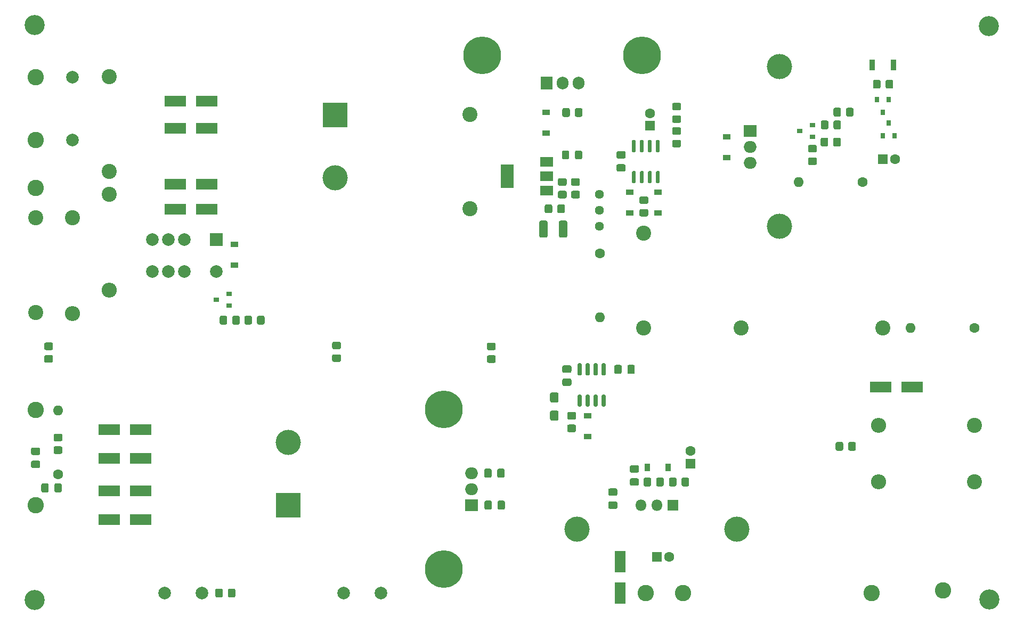
<source format=gbr>
G04 #@! TF.GenerationSoftware,KiCad,Pcbnew,(5.1.10-1-10_14)*
G04 #@! TF.CreationDate,2021-09-02T12:47:46+02:00*
G04 #@! TF.ProjectId,hv-power-supply-t-reg-v2,68762d70-6f77-4657-922d-737570706c79,V2*
G04 #@! TF.SameCoordinates,Original*
G04 #@! TF.FileFunction,Soldermask,Top*
G04 #@! TF.FilePolarity,Negative*
%FSLAX46Y46*%
G04 Gerber Fmt 4.6, Leading zero omitted, Abs format (unit mm)*
G04 Created by KiCad (PCBNEW (5.1.10-1-10_14)) date 2021-09-02 12:47:46*
%MOMM*%
%LPD*%
G01*
G04 APERTURE LIST*
%ADD10R,3.500000X1.800000*%
%ADD11R,1.200000X0.900000*%
%ADD12C,2.400000*%
%ADD13C,2.000000*%
%ADD14R,2.000000X2.000000*%
%ADD15O,2.400000X2.400000*%
%ADD16R,0.900000X1.700000*%
%ADD17O,1.600000X1.600000*%
%ADD18C,1.600000*%
%ADD19R,2.000000X1.500000*%
%ADD20R,2.000000X3.800000*%
%ADD21C,1.440000*%
%ADD22R,0.800000X0.900000*%
%ADD23R,0.900000X0.800000*%
%ADD24O,2.000000X1.905000*%
%ADD25R,2.000000X1.905000*%
%ADD26C,6.000000*%
%ADD27C,4.000000*%
%ADD28R,1.600000X1.600000*%
%ADD29R,4.000000X4.000000*%
%ADD30R,1.800000X3.500000*%
%ADD31R,0.900000X1.200000*%
%ADD32O,1.905000X2.000000*%
%ADD33R,1.905000X2.000000*%
%ADD34C,2.600000*%
%ADD35R,1.800000X1.800000*%
%ADD36O,1.800000X1.800000*%
%ADD37C,3.200000*%
G04 APERTURE END LIST*
G36*
G01*
X141370499Y-110718500D02*
X142220501Y-110718500D01*
G75*
G02*
X142470500Y-110968499I0J-249999D01*
G01*
X142470500Y-112043501D01*
G75*
G02*
X142220501Y-112293500I-249999J0D01*
G01*
X141370499Y-112293500D01*
G75*
G02*
X141120500Y-112043501I0J249999D01*
G01*
X141120500Y-110968499D01*
G75*
G02*
X141370499Y-110718500I249999J0D01*
G01*
G37*
G36*
G01*
X141370499Y-107843500D02*
X142220501Y-107843500D01*
G75*
G02*
X142470500Y-108093499I0J-249999D01*
G01*
X142470500Y-109168501D01*
G75*
G02*
X142220501Y-109418500I-249999J0D01*
G01*
X141370499Y-109418500D01*
G75*
G02*
X141120500Y-109168501I0J249999D01*
G01*
X141120500Y-108093499D01*
G75*
G02*
X141370499Y-107843500I249999J0D01*
G01*
G37*
D10*
X71073000Y-128079500D03*
X76073000Y-128079500D03*
X71073000Y-123444000D03*
X76073000Y-123444000D03*
X76073000Y-113728500D03*
X71073000Y-113728500D03*
X76073000Y-118300500D03*
X71073000Y-118300500D03*
D11*
X140525500Y-66609500D03*
X140525500Y-63309500D03*
X169164000Y-70457600D03*
X169164000Y-67157600D03*
G36*
G01*
X145068600Y-70503201D02*
X145068600Y-69603199D01*
G75*
G02*
X145318599Y-69353200I249999J0D01*
G01*
X145968601Y-69353200D01*
G75*
G02*
X146218600Y-69603199I0J-249999D01*
G01*
X146218600Y-70503201D01*
G75*
G02*
X145968601Y-70753200I-249999J0D01*
G01*
X145318599Y-70753200D01*
G75*
G02*
X145068600Y-70503201I0J249999D01*
G01*
G37*
G36*
G01*
X143018600Y-70503201D02*
X143018600Y-69603199D01*
G75*
G02*
X143268599Y-69353200I249999J0D01*
G01*
X143918601Y-69353200D01*
G75*
G02*
X144168600Y-69603199I0J-249999D01*
G01*
X144168600Y-70503201D01*
G75*
G02*
X143918601Y-70753200I-249999J0D01*
G01*
X143268599Y-70753200D01*
G75*
G02*
X143018600Y-70503201I0J249999D01*
G01*
G37*
D12*
X71056500Y-57644000D03*
X71056500Y-72644000D03*
D13*
X77914500Y-83502500D03*
X77914500Y-88582500D03*
X82994500Y-83502500D03*
D14*
X88074500Y-83502500D03*
D13*
X82994500Y-88582500D03*
X88074500Y-88582500D03*
X80454500Y-83502500D03*
X80454500Y-88582500D03*
D15*
X193357500Y-122047000D03*
D12*
X208597500Y-122047000D03*
X156019500Y-82536000D03*
X156019500Y-97536000D03*
D16*
X195678000Y-55753000D03*
X192278000Y-55753000D03*
D17*
X180594000Y-74358500D03*
D18*
X190754000Y-74358500D03*
G36*
G01*
X154582000Y-69618500D02*
X154282000Y-69618500D01*
G75*
G02*
X154132000Y-69468500I0J150000D01*
G01*
X154132000Y-67818500D01*
G75*
G02*
X154282000Y-67668500I150000J0D01*
G01*
X154582000Y-67668500D01*
G75*
G02*
X154732000Y-67818500I0J-150000D01*
G01*
X154732000Y-69468500D01*
G75*
G02*
X154582000Y-69618500I-150000J0D01*
G01*
G37*
G36*
G01*
X155852000Y-69618500D02*
X155552000Y-69618500D01*
G75*
G02*
X155402000Y-69468500I0J150000D01*
G01*
X155402000Y-67818500D01*
G75*
G02*
X155552000Y-67668500I150000J0D01*
G01*
X155852000Y-67668500D01*
G75*
G02*
X156002000Y-67818500I0J-150000D01*
G01*
X156002000Y-69468500D01*
G75*
G02*
X155852000Y-69618500I-150000J0D01*
G01*
G37*
G36*
G01*
X157122000Y-69618500D02*
X156822000Y-69618500D01*
G75*
G02*
X156672000Y-69468500I0J150000D01*
G01*
X156672000Y-67818500D01*
G75*
G02*
X156822000Y-67668500I150000J0D01*
G01*
X157122000Y-67668500D01*
G75*
G02*
X157272000Y-67818500I0J-150000D01*
G01*
X157272000Y-69468500D01*
G75*
G02*
X157122000Y-69618500I-150000J0D01*
G01*
G37*
G36*
G01*
X158392000Y-69618500D02*
X158092000Y-69618500D01*
G75*
G02*
X157942000Y-69468500I0J150000D01*
G01*
X157942000Y-67818500D01*
G75*
G02*
X158092000Y-67668500I150000J0D01*
G01*
X158392000Y-67668500D01*
G75*
G02*
X158542000Y-67818500I0J-150000D01*
G01*
X158542000Y-69468500D01*
G75*
G02*
X158392000Y-69618500I-150000J0D01*
G01*
G37*
G36*
G01*
X158392000Y-74568500D02*
X158092000Y-74568500D01*
G75*
G02*
X157942000Y-74418500I0J150000D01*
G01*
X157942000Y-72768500D01*
G75*
G02*
X158092000Y-72618500I150000J0D01*
G01*
X158392000Y-72618500D01*
G75*
G02*
X158542000Y-72768500I0J-150000D01*
G01*
X158542000Y-74418500D01*
G75*
G02*
X158392000Y-74568500I-150000J0D01*
G01*
G37*
G36*
G01*
X157122000Y-74568500D02*
X156822000Y-74568500D01*
G75*
G02*
X156672000Y-74418500I0J150000D01*
G01*
X156672000Y-72768500D01*
G75*
G02*
X156822000Y-72618500I150000J0D01*
G01*
X157122000Y-72618500D01*
G75*
G02*
X157272000Y-72768500I0J-150000D01*
G01*
X157272000Y-74418500D01*
G75*
G02*
X157122000Y-74568500I-150000J0D01*
G01*
G37*
G36*
G01*
X155852000Y-74568500D02*
X155552000Y-74568500D01*
G75*
G02*
X155402000Y-74418500I0J150000D01*
G01*
X155402000Y-72768500D01*
G75*
G02*
X155552000Y-72618500I150000J0D01*
G01*
X155852000Y-72618500D01*
G75*
G02*
X156002000Y-72768500I0J-150000D01*
G01*
X156002000Y-74418500D01*
G75*
G02*
X155852000Y-74568500I-150000J0D01*
G01*
G37*
G36*
G01*
X154582000Y-74568500D02*
X154282000Y-74568500D01*
G75*
G02*
X154132000Y-74418500I0J150000D01*
G01*
X154132000Y-72768500D01*
G75*
G02*
X154282000Y-72618500I150000J0D01*
G01*
X154582000Y-72618500D01*
G75*
G02*
X154732000Y-72768500I0J-150000D01*
G01*
X154732000Y-74418500D01*
G75*
G02*
X154582000Y-74568500I-150000J0D01*
G01*
G37*
D19*
X140589000Y-75720000D03*
X140589000Y-71120000D03*
X140589000Y-73420000D03*
D20*
X134289000Y-73420000D03*
D21*
X148971000Y-81407000D03*
X148971000Y-78867000D03*
X148971000Y-76327000D03*
G36*
G01*
X194440000Y-59251001D02*
X194440000Y-58350999D01*
G75*
G02*
X194689999Y-58101000I249999J0D01*
G01*
X195390001Y-58101000D01*
G75*
G02*
X195640000Y-58350999I0J-249999D01*
G01*
X195640000Y-59251001D01*
G75*
G02*
X195390001Y-59501000I-249999J0D01*
G01*
X194689999Y-59501000D01*
G75*
G02*
X194440000Y-59251001I0J249999D01*
G01*
G37*
G36*
G01*
X192440000Y-59251001D02*
X192440000Y-58350999D01*
G75*
G02*
X192689999Y-58101000I249999J0D01*
G01*
X193390001Y-58101000D01*
G75*
G02*
X193640000Y-58350999I0J-249999D01*
G01*
X193640000Y-59251001D01*
G75*
G02*
X193390001Y-59501000I-249999J0D01*
G01*
X192689999Y-59501000D01*
G75*
G02*
X192440000Y-59251001I0J249999D01*
G01*
G37*
G36*
G01*
X144262400Y-62846799D02*
X144262400Y-63746801D01*
G75*
G02*
X144012401Y-63996800I-249999J0D01*
G01*
X143312399Y-63996800D01*
G75*
G02*
X143062400Y-63746801I0J249999D01*
G01*
X143062400Y-62846799D01*
G75*
G02*
X143312399Y-62596800I249999J0D01*
G01*
X144012401Y-62596800D01*
G75*
G02*
X144262400Y-62846799I0J-249999D01*
G01*
G37*
G36*
G01*
X146262400Y-62846799D02*
X146262400Y-63746801D01*
G75*
G02*
X146012401Y-63996800I-249999J0D01*
G01*
X145312399Y-63996800D01*
G75*
G02*
X145062400Y-63746801I0J249999D01*
G01*
X145062400Y-62846799D01*
G75*
G02*
X145312399Y-62596800I249999J0D01*
G01*
X146012401Y-62596800D01*
G75*
G02*
X146262400Y-62846799I0J-249999D01*
G01*
G37*
G36*
G01*
X185321500Y-67558499D02*
X185321500Y-68458501D01*
G75*
G02*
X185071501Y-68708500I-249999J0D01*
G01*
X184371499Y-68708500D01*
G75*
G02*
X184121500Y-68458501I0J249999D01*
G01*
X184121500Y-67558499D01*
G75*
G02*
X184371499Y-67308500I249999J0D01*
G01*
X185071501Y-67308500D01*
G75*
G02*
X185321500Y-67558499I0J-249999D01*
G01*
G37*
G36*
G01*
X187321500Y-67558499D02*
X187321500Y-68458501D01*
G75*
G02*
X187071501Y-68708500I-249999J0D01*
G01*
X186371499Y-68708500D01*
G75*
G02*
X186121500Y-68458501I0J249999D01*
G01*
X186121500Y-67558499D01*
G75*
G02*
X186371499Y-67308500I249999J0D01*
G01*
X187071501Y-67308500D01*
G75*
G02*
X187321500Y-67558499I0J-249999D01*
G01*
G37*
G36*
G01*
X187353500Y-62795999D02*
X187353500Y-63696001D01*
G75*
G02*
X187103501Y-63946000I-249999J0D01*
G01*
X186403499Y-63946000D01*
G75*
G02*
X186153500Y-63696001I0J249999D01*
G01*
X186153500Y-62795999D01*
G75*
G02*
X186403499Y-62546000I249999J0D01*
G01*
X187103501Y-62546000D01*
G75*
G02*
X187353500Y-62795999I0J-249999D01*
G01*
G37*
G36*
G01*
X189353500Y-62795999D02*
X189353500Y-63696001D01*
G75*
G02*
X189103501Y-63946000I-249999J0D01*
G01*
X188403499Y-63946000D01*
G75*
G02*
X188153500Y-63696001I0J249999D01*
G01*
X188153500Y-62795999D01*
G75*
G02*
X188403499Y-62546000I249999J0D01*
G01*
X189103501Y-62546000D01*
G75*
G02*
X189353500Y-62795999I0J-249999D01*
G01*
G37*
G36*
G01*
X186153500Y-65728001D02*
X186153500Y-64827999D01*
G75*
G02*
X186403499Y-64578000I249999J0D01*
G01*
X187103501Y-64578000D01*
G75*
G02*
X187353500Y-64827999I0J-249999D01*
G01*
X187353500Y-65728001D01*
G75*
G02*
X187103501Y-65978000I-249999J0D01*
G01*
X186403499Y-65978000D01*
G75*
G02*
X186153500Y-65728001I0J249999D01*
G01*
G37*
G36*
G01*
X184153500Y-65728001D02*
X184153500Y-64827999D01*
G75*
G02*
X184403499Y-64578000I249999J0D01*
G01*
X185103501Y-64578000D01*
G75*
G02*
X185353500Y-64827999I0J-249999D01*
G01*
X185353500Y-65728001D01*
G75*
G02*
X185103501Y-65978000I-249999J0D01*
G01*
X184403499Y-65978000D01*
G75*
G02*
X184153500Y-65728001I0J249999D01*
G01*
G37*
G36*
G01*
X182366499Y-70456500D02*
X183266501Y-70456500D01*
G75*
G02*
X183516500Y-70706499I0J-249999D01*
G01*
X183516500Y-71406501D01*
G75*
G02*
X183266501Y-71656500I-249999J0D01*
G01*
X182366499Y-71656500D01*
G75*
G02*
X182116500Y-71406501I0J249999D01*
G01*
X182116500Y-70706499D01*
G75*
G02*
X182366499Y-70456500I249999J0D01*
G01*
G37*
G36*
G01*
X182366499Y-68456500D02*
X183266501Y-68456500D01*
G75*
G02*
X183516500Y-68706499I0J-249999D01*
G01*
X183516500Y-69406501D01*
G75*
G02*
X183266501Y-69656500I-249999J0D01*
G01*
X182366499Y-69656500D01*
G75*
G02*
X182116500Y-69406501I0J249999D01*
G01*
X182116500Y-68706499D01*
G75*
G02*
X182366499Y-68456500I249999J0D01*
G01*
G37*
G36*
G01*
X160776499Y-63757000D02*
X161676501Y-63757000D01*
G75*
G02*
X161926500Y-64006999I0J-249999D01*
G01*
X161926500Y-64707001D01*
G75*
G02*
X161676501Y-64957000I-249999J0D01*
G01*
X160776499Y-64957000D01*
G75*
G02*
X160526500Y-64707001I0J249999D01*
G01*
X160526500Y-64006999D01*
G75*
G02*
X160776499Y-63757000I249999J0D01*
G01*
G37*
G36*
G01*
X160776499Y-61757000D02*
X161676501Y-61757000D01*
G75*
G02*
X161926500Y-62006999I0J-249999D01*
G01*
X161926500Y-62707001D01*
G75*
G02*
X161676501Y-62957000I-249999J0D01*
G01*
X160776499Y-62957000D01*
G75*
G02*
X160526500Y-62707001I0J249999D01*
G01*
X160526500Y-62006999D01*
G75*
G02*
X160776499Y-61757000I249999J0D01*
G01*
G37*
G36*
G01*
X161676501Y-66846500D02*
X160776499Y-66846500D01*
G75*
G02*
X160526500Y-66596501I0J249999D01*
G01*
X160526500Y-65896499D01*
G75*
G02*
X160776499Y-65646500I249999J0D01*
G01*
X161676501Y-65646500D01*
G75*
G02*
X161926500Y-65896499I0J-249999D01*
G01*
X161926500Y-66596501D01*
G75*
G02*
X161676501Y-66846500I-249999J0D01*
G01*
G37*
G36*
G01*
X161676501Y-68846500D02*
X160776499Y-68846500D01*
G75*
G02*
X160526500Y-68596501I0J249999D01*
G01*
X160526500Y-67896499D01*
G75*
G02*
X160776499Y-67646500I249999J0D01*
G01*
X161676501Y-67646500D01*
G75*
G02*
X161926500Y-67896499I0J-249999D01*
G01*
X161926500Y-68596501D01*
G75*
G02*
X161676501Y-68846500I-249999J0D01*
G01*
G37*
G36*
G01*
X155569499Y-78648000D02*
X156469501Y-78648000D01*
G75*
G02*
X156719500Y-78897999I0J-249999D01*
G01*
X156719500Y-79598001D01*
G75*
G02*
X156469501Y-79848000I-249999J0D01*
G01*
X155569499Y-79848000D01*
G75*
G02*
X155319500Y-79598001I0J249999D01*
G01*
X155319500Y-78897999D01*
G75*
G02*
X155569499Y-78648000I249999J0D01*
G01*
G37*
G36*
G01*
X155569499Y-76648000D02*
X156469501Y-76648000D01*
G75*
G02*
X156719500Y-76897999I0J-249999D01*
G01*
X156719500Y-77598001D01*
G75*
G02*
X156469501Y-77848000I-249999J0D01*
G01*
X155569499Y-77848000D01*
G75*
G02*
X155319500Y-77598001I0J249999D01*
G01*
X155319500Y-76897999D01*
G75*
G02*
X155569499Y-76648000I249999J0D01*
G01*
G37*
G36*
G01*
X142615499Y-75758500D02*
X143515501Y-75758500D01*
G75*
G02*
X143765500Y-76008499I0J-249999D01*
G01*
X143765500Y-76708501D01*
G75*
G02*
X143515501Y-76958500I-249999J0D01*
G01*
X142615499Y-76958500D01*
G75*
G02*
X142365500Y-76708501I0J249999D01*
G01*
X142365500Y-76008499D01*
G75*
G02*
X142615499Y-75758500I249999J0D01*
G01*
G37*
G36*
G01*
X142615499Y-73758500D02*
X143515501Y-73758500D01*
G75*
G02*
X143765500Y-74008499I0J-249999D01*
G01*
X143765500Y-74708501D01*
G75*
G02*
X143515501Y-74958500I-249999J0D01*
G01*
X142615499Y-74958500D01*
G75*
G02*
X142365500Y-74708501I0J249999D01*
G01*
X142365500Y-74008499D01*
G75*
G02*
X142615499Y-73758500I249999J0D01*
G01*
G37*
D17*
X149034500Y-95885000D03*
D18*
X149034500Y-85725000D03*
G36*
G01*
X144710999Y-75758500D02*
X145611001Y-75758500D01*
G75*
G02*
X145861000Y-76008499I0J-249999D01*
G01*
X145861000Y-76708501D01*
G75*
G02*
X145611001Y-76958500I-249999J0D01*
G01*
X144710999Y-76958500D01*
G75*
G02*
X144461000Y-76708501I0J249999D01*
G01*
X144461000Y-76008499D01*
G75*
G02*
X144710999Y-75758500I249999J0D01*
G01*
G37*
G36*
G01*
X144710999Y-73758500D02*
X145611001Y-73758500D01*
G75*
G02*
X145861000Y-74008499I0J-249999D01*
G01*
X145861000Y-74708501D01*
G75*
G02*
X145611001Y-74958500I-249999J0D01*
G01*
X144710999Y-74958500D01*
G75*
G02*
X144461000Y-74708501I0J249999D01*
G01*
X144461000Y-74008499D01*
G75*
G02*
X144710999Y-73758500I249999J0D01*
G01*
G37*
G36*
G01*
X142275000Y-79063001D02*
X142275000Y-78162999D01*
G75*
G02*
X142524999Y-77913000I249999J0D01*
G01*
X143225001Y-77913000D01*
G75*
G02*
X143475000Y-78162999I0J-249999D01*
G01*
X143475000Y-79063001D01*
G75*
G02*
X143225001Y-79313000I-249999J0D01*
G01*
X142524999Y-79313000D01*
G75*
G02*
X142275000Y-79063001I0J249999D01*
G01*
G37*
G36*
G01*
X140275000Y-79063001D02*
X140275000Y-78162999D01*
G75*
G02*
X140524999Y-77913000I249999J0D01*
G01*
X141225001Y-77913000D01*
G75*
G02*
X141475000Y-78162999I0J-249999D01*
G01*
X141475000Y-79063001D01*
G75*
G02*
X141225001Y-79313000I-249999J0D01*
G01*
X140524999Y-79313000D01*
G75*
G02*
X140275000Y-79063001I0J249999D01*
G01*
G37*
D22*
X194947500Y-64992500D03*
X195897500Y-66992500D03*
X193997500Y-66992500D03*
X193990000Y-63246000D03*
X193040000Y-61246000D03*
X194940000Y-61246000D03*
D23*
X180816500Y-66233000D03*
X182816500Y-65283000D03*
X182816500Y-67183000D03*
D24*
X172910500Y-71310500D03*
X172910500Y-68770500D03*
D25*
X172910500Y-66230500D03*
D26*
X130365500Y-54229000D03*
X155765500Y-54229000D03*
D27*
X177609500Y-56007000D03*
X177609500Y-81407000D03*
D10*
X193628000Y-106997500D03*
X198628000Y-106997500D03*
D11*
X153797000Y-75948000D03*
X153797000Y-79248000D03*
X158242000Y-79246000D03*
X158242000Y-75946000D03*
D12*
X171492500Y-97536000D03*
X193992500Y-97536000D03*
D18*
X195961000Y-70739000D03*
D28*
X193961000Y-70739000D03*
D18*
X156972000Y-63405000D03*
D28*
X156972000Y-65405000D03*
G36*
G01*
X151925000Y-71528000D02*
X152875000Y-71528000D01*
G75*
G02*
X153125000Y-71778000I0J-250000D01*
G01*
X153125000Y-72453000D01*
G75*
G02*
X152875000Y-72703000I-250000J0D01*
G01*
X151925000Y-72703000D01*
G75*
G02*
X151675000Y-72453000I0J250000D01*
G01*
X151675000Y-71778000D01*
G75*
G02*
X151925000Y-71528000I250000J0D01*
G01*
G37*
G36*
G01*
X151925000Y-69453000D02*
X152875000Y-69453000D01*
G75*
G02*
X153125000Y-69703000I0J-250000D01*
G01*
X153125000Y-70378000D01*
G75*
G02*
X152875000Y-70628000I-250000J0D01*
G01*
X151925000Y-70628000D01*
G75*
G02*
X151675000Y-70378000I0J250000D01*
G01*
X151675000Y-69703000D01*
G75*
G02*
X151925000Y-69453000I250000J0D01*
G01*
G37*
G36*
G01*
X142530000Y-82951501D02*
X142530000Y-80751499D01*
G75*
G02*
X142779999Y-80501500I249999J0D01*
G01*
X143605001Y-80501500D01*
G75*
G02*
X143855000Y-80751499I0J-249999D01*
G01*
X143855000Y-82951501D01*
G75*
G02*
X143605001Y-83201500I-249999J0D01*
G01*
X142779999Y-83201500D01*
G75*
G02*
X142530000Y-82951501I0J249999D01*
G01*
G37*
G36*
G01*
X139405000Y-82951501D02*
X139405000Y-80751499D01*
G75*
G02*
X139654999Y-80501500I249999J0D01*
G01*
X140480001Y-80501500D01*
G75*
G02*
X140730000Y-80751499I0J-249999D01*
G01*
X140730000Y-82951501D01*
G75*
G02*
X140480001Y-83201500I-249999J0D01*
G01*
X139654999Y-83201500D01*
G75*
G02*
X139405000Y-82951501I0J249999D01*
G01*
G37*
D17*
X62928500Y-110680500D03*
D18*
X62928500Y-120840500D03*
D15*
X71056500Y-91567000D03*
D12*
X71056500Y-76327000D03*
D13*
X65214500Y-57658000D03*
X65214500Y-67658000D03*
G36*
G01*
X63378501Y-115598500D02*
X62478499Y-115598500D01*
G75*
G02*
X62228500Y-115348501I0J249999D01*
G01*
X62228500Y-114648499D01*
G75*
G02*
X62478499Y-114398500I249999J0D01*
G01*
X63378501Y-114398500D01*
G75*
G02*
X63628500Y-114648499I0J-249999D01*
G01*
X63628500Y-115348501D01*
G75*
G02*
X63378501Y-115598500I-249999J0D01*
G01*
G37*
G36*
G01*
X63378501Y-117598500D02*
X62478499Y-117598500D01*
G75*
G02*
X62228500Y-117348501I0J249999D01*
G01*
X62228500Y-116648499D01*
G75*
G02*
X62478499Y-116398500I249999J0D01*
G01*
X63378501Y-116398500D01*
G75*
G02*
X63628500Y-116648499I0J-249999D01*
G01*
X63628500Y-117348501D01*
G75*
G02*
X63378501Y-117598500I-249999J0D01*
G01*
G37*
G36*
G01*
X62341000Y-123474500D02*
X62341000Y-122524500D01*
G75*
G02*
X62591000Y-122274500I250000J0D01*
G01*
X63266000Y-122274500D01*
G75*
G02*
X63516000Y-122524500I0J-250000D01*
G01*
X63516000Y-123474500D01*
G75*
G02*
X63266000Y-123724500I-250000J0D01*
G01*
X62591000Y-123724500D01*
G75*
G02*
X62341000Y-123474500I0J250000D01*
G01*
G37*
G36*
G01*
X60266000Y-123474500D02*
X60266000Y-122524500D01*
G75*
G02*
X60516000Y-122274500I250000J0D01*
G01*
X61191000Y-122274500D01*
G75*
G02*
X61441000Y-122524500I0J-250000D01*
G01*
X61441000Y-123474500D01*
G75*
G02*
X61191000Y-123724500I-250000J0D01*
G01*
X60516000Y-123724500D01*
G75*
G02*
X60266000Y-123474500I0J250000D01*
G01*
G37*
G36*
G01*
X59847500Y-117765500D02*
X58897500Y-117765500D01*
G75*
G02*
X58647500Y-117515500I0J250000D01*
G01*
X58647500Y-116840500D01*
G75*
G02*
X58897500Y-116590500I250000J0D01*
G01*
X59847500Y-116590500D01*
G75*
G02*
X60097500Y-116840500I0J-250000D01*
G01*
X60097500Y-117515500D01*
G75*
G02*
X59847500Y-117765500I-250000J0D01*
G01*
G37*
G36*
G01*
X59847500Y-119840500D02*
X58897500Y-119840500D01*
G75*
G02*
X58647500Y-119590500I0J250000D01*
G01*
X58647500Y-118915500D01*
G75*
G02*
X58897500Y-118665500I250000J0D01*
G01*
X59847500Y-118665500D01*
G75*
G02*
X60097500Y-118915500I0J-250000D01*
G01*
X60097500Y-119590500D01*
G75*
G02*
X59847500Y-119840500I-250000J0D01*
G01*
G37*
D26*
X124206000Y-135890000D03*
X124206000Y-110490000D03*
D23*
X88074500Y-93091000D03*
X90074500Y-92141000D03*
X90074500Y-94041000D03*
D27*
X99504500Y-115753000D03*
D29*
X99504500Y-125753000D03*
D25*
X128613000Y-125753000D03*
D24*
X128613000Y-123213000D03*
X128613000Y-120673000D03*
D27*
X145377000Y-129563000D03*
X170777000Y-129563000D03*
D30*
X152298500Y-139723000D03*
X152298500Y-134723000D03*
D15*
X193357500Y-113093500D03*
D12*
X208597500Y-113093500D03*
D31*
X159853000Y-119784000D03*
X156553000Y-119784000D03*
D18*
X163411000Y-117149000D03*
D28*
X163411000Y-119149000D03*
G36*
G01*
X61880001Y-101080000D02*
X60979999Y-101080000D01*
G75*
G02*
X60730000Y-100830001I0J249999D01*
G01*
X60730000Y-100129999D01*
G75*
G02*
X60979999Y-99880000I249999J0D01*
G01*
X61880001Y-99880000D01*
G75*
G02*
X62130000Y-100129999I0J-249999D01*
G01*
X62130000Y-100830001D01*
G75*
G02*
X61880001Y-101080000I-249999J0D01*
G01*
G37*
G36*
G01*
X61880001Y-103080000D02*
X60979999Y-103080000D01*
G75*
G02*
X60730000Y-102830001I0J249999D01*
G01*
X60730000Y-102129999D01*
G75*
G02*
X60979999Y-101880000I249999J0D01*
G01*
X61880001Y-101880000D01*
G75*
G02*
X62130000Y-102129999I0J-249999D01*
G01*
X62130000Y-102830001D01*
G75*
G02*
X61880001Y-103080000I-249999J0D01*
G01*
G37*
D15*
X65214500Y-95313500D03*
D12*
X65214500Y-80073500D03*
D10*
X86534000Y-74676000D03*
X81534000Y-74676000D03*
X81534000Y-65849500D03*
X86534000Y-65849500D03*
X86521400Y-78712200D03*
X81521400Y-78712200D03*
X81521400Y-61491000D03*
X86521400Y-61491000D03*
G36*
G01*
X145971500Y-105138000D02*
X145671500Y-105138000D01*
G75*
G02*
X145521500Y-104988000I0J150000D01*
G01*
X145521500Y-103338000D01*
G75*
G02*
X145671500Y-103188000I150000J0D01*
G01*
X145971500Y-103188000D01*
G75*
G02*
X146121500Y-103338000I0J-150000D01*
G01*
X146121500Y-104988000D01*
G75*
G02*
X145971500Y-105138000I-150000J0D01*
G01*
G37*
G36*
G01*
X147241500Y-105138000D02*
X146941500Y-105138000D01*
G75*
G02*
X146791500Y-104988000I0J150000D01*
G01*
X146791500Y-103338000D01*
G75*
G02*
X146941500Y-103188000I150000J0D01*
G01*
X147241500Y-103188000D01*
G75*
G02*
X147391500Y-103338000I0J-150000D01*
G01*
X147391500Y-104988000D01*
G75*
G02*
X147241500Y-105138000I-150000J0D01*
G01*
G37*
G36*
G01*
X148511500Y-105138000D02*
X148211500Y-105138000D01*
G75*
G02*
X148061500Y-104988000I0J150000D01*
G01*
X148061500Y-103338000D01*
G75*
G02*
X148211500Y-103188000I150000J0D01*
G01*
X148511500Y-103188000D01*
G75*
G02*
X148661500Y-103338000I0J-150000D01*
G01*
X148661500Y-104988000D01*
G75*
G02*
X148511500Y-105138000I-150000J0D01*
G01*
G37*
G36*
G01*
X149781500Y-105138000D02*
X149481500Y-105138000D01*
G75*
G02*
X149331500Y-104988000I0J150000D01*
G01*
X149331500Y-103338000D01*
G75*
G02*
X149481500Y-103188000I150000J0D01*
G01*
X149781500Y-103188000D01*
G75*
G02*
X149931500Y-103338000I0J-150000D01*
G01*
X149931500Y-104988000D01*
G75*
G02*
X149781500Y-105138000I-150000J0D01*
G01*
G37*
G36*
G01*
X149781500Y-110088000D02*
X149481500Y-110088000D01*
G75*
G02*
X149331500Y-109938000I0J150000D01*
G01*
X149331500Y-108288000D01*
G75*
G02*
X149481500Y-108138000I150000J0D01*
G01*
X149781500Y-108138000D01*
G75*
G02*
X149931500Y-108288000I0J-150000D01*
G01*
X149931500Y-109938000D01*
G75*
G02*
X149781500Y-110088000I-150000J0D01*
G01*
G37*
G36*
G01*
X148511500Y-110088000D02*
X148211500Y-110088000D01*
G75*
G02*
X148061500Y-109938000I0J150000D01*
G01*
X148061500Y-108288000D01*
G75*
G02*
X148211500Y-108138000I150000J0D01*
G01*
X148511500Y-108138000D01*
G75*
G02*
X148661500Y-108288000I0J-150000D01*
G01*
X148661500Y-109938000D01*
G75*
G02*
X148511500Y-110088000I-150000J0D01*
G01*
G37*
G36*
G01*
X147241500Y-110088000D02*
X146941500Y-110088000D01*
G75*
G02*
X146791500Y-109938000I0J150000D01*
G01*
X146791500Y-108288000D01*
G75*
G02*
X146941500Y-108138000I150000J0D01*
G01*
X147241500Y-108138000D01*
G75*
G02*
X147391500Y-108288000I0J-150000D01*
G01*
X147391500Y-109938000D01*
G75*
G02*
X147241500Y-110088000I-150000J0D01*
G01*
G37*
G36*
G01*
X145971500Y-110088000D02*
X145671500Y-110088000D01*
G75*
G02*
X145521500Y-109938000I0J150000D01*
G01*
X145521500Y-108288000D01*
G75*
G02*
X145671500Y-108138000I150000J0D01*
G01*
X145971500Y-108138000D01*
G75*
G02*
X146121500Y-108288000I0J-150000D01*
G01*
X146121500Y-109938000D01*
G75*
G02*
X145971500Y-110088000I-150000J0D01*
G01*
G37*
D32*
X145669000Y-58610500D03*
X143129000Y-58610500D03*
D33*
X140589000Y-58610500D03*
G36*
G01*
X188503000Y-116845501D02*
X188503000Y-115945499D01*
G75*
G02*
X188752999Y-115695500I249999J0D01*
G01*
X189453001Y-115695500D01*
G75*
G02*
X189703000Y-115945499I0J-249999D01*
G01*
X189703000Y-116845501D01*
G75*
G02*
X189453001Y-117095500I-249999J0D01*
G01*
X188752999Y-117095500D01*
G75*
G02*
X188503000Y-116845501I0J249999D01*
G01*
G37*
G36*
G01*
X186503000Y-116845501D02*
X186503000Y-115945499D01*
G75*
G02*
X186752999Y-115695500I249999J0D01*
G01*
X187453001Y-115695500D01*
G75*
G02*
X187703000Y-115945499I0J-249999D01*
G01*
X187703000Y-116845501D01*
G75*
G02*
X187453001Y-117095500I-249999J0D01*
G01*
X186752999Y-117095500D01*
G75*
G02*
X186503000Y-116845501I0J249999D01*
G01*
G37*
G36*
G01*
X132238001Y-101112000D02*
X131337999Y-101112000D01*
G75*
G02*
X131088000Y-100862001I0J249999D01*
G01*
X131088000Y-100161999D01*
G75*
G02*
X131337999Y-99912000I249999J0D01*
G01*
X132238001Y-99912000D01*
G75*
G02*
X132488000Y-100161999I0J-249999D01*
G01*
X132488000Y-100862001D01*
G75*
G02*
X132238001Y-101112000I-249999J0D01*
G01*
G37*
G36*
G01*
X132238001Y-103112000D02*
X131337999Y-103112000D01*
G75*
G02*
X131088000Y-102862001I0J249999D01*
G01*
X131088000Y-102161999D01*
G75*
G02*
X131337999Y-101912000I249999J0D01*
G01*
X132238001Y-101912000D01*
G75*
G02*
X132488000Y-102161999I0J-249999D01*
G01*
X132488000Y-102862001D01*
G75*
G02*
X132238001Y-103112000I-249999J0D01*
G01*
G37*
G36*
G01*
X107638001Y-100962000D02*
X106737999Y-100962000D01*
G75*
G02*
X106488000Y-100712001I0J249999D01*
G01*
X106488000Y-100011999D01*
G75*
G02*
X106737999Y-99762000I249999J0D01*
G01*
X107638001Y-99762000D01*
G75*
G02*
X107888000Y-100011999I0J-249999D01*
G01*
X107888000Y-100712001D01*
G75*
G02*
X107638001Y-100962000I-249999J0D01*
G01*
G37*
G36*
G01*
X107638001Y-102962000D02*
X106737999Y-102962000D01*
G75*
G02*
X106488000Y-102712001I0J249999D01*
G01*
X106488000Y-102011999D01*
G75*
G02*
X106737999Y-101762000I249999J0D01*
G01*
X107638001Y-101762000D01*
G75*
G02*
X107888000Y-102011999I0J-249999D01*
G01*
X107888000Y-102712001D01*
G75*
G02*
X107638001Y-102962000I-249999J0D01*
G01*
G37*
G36*
G01*
X157985000Y-122520001D02*
X157985000Y-121619999D01*
G75*
G02*
X158234999Y-121370000I249999J0D01*
G01*
X158935001Y-121370000D01*
G75*
G02*
X159185000Y-121619999I0J-249999D01*
G01*
X159185000Y-122520001D01*
G75*
G02*
X158935001Y-122770000I-249999J0D01*
G01*
X158234999Y-122770000D01*
G75*
G02*
X157985000Y-122520001I0J249999D01*
G01*
G37*
G36*
G01*
X155985000Y-122520001D02*
X155985000Y-121619999D01*
G75*
G02*
X156234999Y-121370000I249999J0D01*
G01*
X156935001Y-121370000D01*
G75*
G02*
X157185000Y-121619999I0J-249999D01*
G01*
X157185000Y-122520001D01*
G75*
G02*
X156935001Y-122770000I-249999J0D01*
G01*
X156234999Y-122770000D01*
G75*
G02*
X155985000Y-122520001I0J249999D01*
G01*
G37*
G36*
G01*
X162017000Y-122520001D02*
X162017000Y-121619999D01*
G75*
G02*
X162266999Y-121370000I249999J0D01*
G01*
X162967001Y-121370000D01*
G75*
G02*
X163217000Y-121619999I0J-249999D01*
G01*
X163217000Y-122520001D01*
G75*
G02*
X162967001Y-122770000I-249999J0D01*
G01*
X162266999Y-122770000D01*
G75*
G02*
X162017000Y-122520001I0J249999D01*
G01*
G37*
G36*
G01*
X160017000Y-122520001D02*
X160017000Y-121619999D01*
G75*
G02*
X160266999Y-121370000I249999J0D01*
G01*
X160967001Y-121370000D01*
G75*
G02*
X161217000Y-121619999I0J-249999D01*
G01*
X161217000Y-122520001D01*
G75*
G02*
X160967001Y-122770000I-249999J0D01*
G01*
X160266999Y-122770000D01*
G75*
G02*
X160017000Y-122520001I0J249999D01*
G01*
G37*
G36*
G01*
X89113000Y-139272999D02*
X89113000Y-140173001D01*
G75*
G02*
X88863001Y-140423000I-249999J0D01*
G01*
X88162999Y-140423000D01*
G75*
G02*
X87913000Y-140173001I0J249999D01*
G01*
X87913000Y-139272999D01*
G75*
G02*
X88162999Y-139023000I249999J0D01*
G01*
X88863001Y-139023000D01*
G75*
G02*
X89113000Y-139272999I0J-249999D01*
G01*
G37*
G36*
G01*
X91113000Y-139272999D02*
X91113000Y-140173001D01*
G75*
G02*
X90863001Y-140423000I-249999J0D01*
G01*
X90162999Y-140423000D01*
G75*
G02*
X89913000Y-140173001I0J249999D01*
G01*
X89913000Y-139272999D01*
G75*
G02*
X90162999Y-139023000I249999J0D01*
G01*
X90863001Y-139023000D01*
G75*
G02*
X91113000Y-139272999I0J-249999D01*
G01*
G37*
G36*
G01*
X90617500Y-96779501D02*
X90617500Y-95879499D01*
G75*
G02*
X90867499Y-95629500I249999J0D01*
G01*
X91567501Y-95629500D01*
G75*
G02*
X91817500Y-95879499I0J-249999D01*
G01*
X91817500Y-96779501D01*
G75*
G02*
X91567501Y-97029500I-249999J0D01*
G01*
X90867499Y-97029500D01*
G75*
G02*
X90617500Y-96779501I0J249999D01*
G01*
G37*
G36*
G01*
X88617500Y-96779501D02*
X88617500Y-95879499D01*
G75*
G02*
X88867499Y-95629500I249999J0D01*
G01*
X89567501Y-95629500D01*
G75*
G02*
X89817500Y-95879499I0J-249999D01*
G01*
X89817500Y-96779501D01*
G75*
G02*
X89567501Y-97029500I-249999J0D01*
G01*
X88867499Y-97029500D01*
G75*
G02*
X88617500Y-96779501I0J249999D01*
G01*
G37*
G36*
G01*
X93754500Y-95879499D02*
X93754500Y-96779501D01*
G75*
G02*
X93504501Y-97029500I-249999J0D01*
G01*
X92804499Y-97029500D01*
G75*
G02*
X92554500Y-96779501I0J249999D01*
G01*
X92554500Y-95879499D01*
G75*
G02*
X92804499Y-95629500I249999J0D01*
G01*
X93504501Y-95629500D01*
G75*
G02*
X93754500Y-95879499I0J-249999D01*
G01*
G37*
G36*
G01*
X95754500Y-95879499D02*
X95754500Y-96779501D01*
G75*
G02*
X95504501Y-97029500I-249999J0D01*
G01*
X94804499Y-97029500D01*
G75*
G02*
X94554500Y-96779501I0J249999D01*
G01*
X94554500Y-95879499D01*
G75*
G02*
X94804499Y-95629500I249999J0D01*
G01*
X95504501Y-95629500D01*
G75*
G02*
X95754500Y-95879499I0J-249999D01*
G01*
G37*
G36*
G01*
X144101499Y-112929000D02*
X145001501Y-112929000D01*
G75*
G02*
X145251500Y-113178999I0J-249999D01*
G01*
X145251500Y-113879001D01*
G75*
G02*
X145001501Y-114129000I-249999J0D01*
G01*
X144101499Y-114129000D01*
G75*
G02*
X143851500Y-113879001I0J249999D01*
G01*
X143851500Y-113178999D01*
G75*
G02*
X144101499Y-112929000I249999J0D01*
G01*
G37*
G36*
G01*
X144101499Y-110929000D02*
X145001501Y-110929000D01*
G75*
G02*
X145251500Y-111178999I0J-249999D01*
G01*
X145251500Y-111879001D01*
G75*
G02*
X145001501Y-112129000I-249999J0D01*
G01*
X144101499Y-112129000D01*
G75*
G02*
X143851500Y-111879001I0J249999D01*
G01*
X143851500Y-111178999D01*
G75*
G02*
X144101499Y-110929000I249999J0D01*
G01*
G37*
G36*
G01*
X154996000Y-120582500D02*
X154046000Y-120582500D01*
G75*
G02*
X153796000Y-120332500I0J250000D01*
G01*
X153796000Y-119657500D01*
G75*
G02*
X154046000Y-119407500I250000J0D01*
G01*
X154996000Y-119407500D01*
G75*
G02*
X155246000Y-119657500I0J-250000D01*
G01*
X155246000Y-120332500D01*
G75*
G02*
X154996000Y-120582500I-250000J0D01*
G01*
G37*
G36*
G01*
X154996000Y-122657500D02*
X154046000Y-122657500D01*
G75*
G02*
X153796000Y-122407500I0J250000D01*
G01*
X153796000Y-121732500D01*
G75*
G02*
X154046000Y-121482500I250000J0D01*
G01*
X154996000Y-121482500D01*
G75*
G02*
X155246000Y-121732500I0J-250000D01*
G01*
X155246000Y-122407500D01*
G75*
G02*
X154996000Y-122657500I-250000J0D01*
G01*
G37*
G36*
G01*
X151567000Y-124265500D02*
X150617000Y-124265500D01*
G75*
G02*
X150367000Y-124015500I0J250000D01*
G01*
X150367000Y-123340500D01*
G75*
G02*
X150617000Y-123090500I250000J0D01*
G01*
X151567000Y-123090500D01*
G75*
G02*
X151817000Y-123340500I0J-250000D01*
G01*
X151817000Y-124015500D01*
G75*
G02*
X151567000Y-124265500I-250000J0D01*
G01*
G37*
G36*
G01*
X151567000Y-126340500D02*
X150617000Y-126340500D01*
G75*
G02*
X150367000Y-126090500I0J250000D01*
G01*
X150367000Y-125415500D01*
G75*
G02*
X150617000Y-125165500I250000J0D01*
G01*
X151567000Y-125165500D01*
G75*
G02*
X151817000Y-125415500I0J-250000D01*
G01*
X151817000Y-126090500D01*
G75*
G02*
X151567000Y-126340500I-250000J0D01*
G01*
G37*
G36*
G01*
X143314500Y-105607500D02*
X144264500Y-105607500D01*
G75*
G02*
X144514500Y-105857500I0J-250000D01*
G01*
X144514500Y-106532500D01*
G75*
G02*
X144264500Y-106782500I-250000J0D01*
G01*
X143314500Y-106782500D01*
G75*
G02*
X143064500Y-106532500I0J250000D01*
G01*
X143064500Y-105857500D01*
G75*
G02*
X143314500Y-105607500I250000J0D01*
G01*
G37*
G36*
G01*
X143314500Y-103532500D02*
X144264500Y-103532500D01*
G75*
G02*
X144514500Y-103782500I0J-250000D01*
G01*
X144514500Y-104457500D01*
G75*
G02*
X144264500Y-104707500I-250000J0D01*
G01*
X143314500Y-104707500D01*
G75*
G02*
X143064500Y-104457500I0J250000D01*
G01*
X143064500Y-103782500D01*
G75*
G02*
X143314500Y-103532500I250000J0D01*
G01*
G37*
G36*
G01*
X153405000Y-104638000D02*
X153405000Y-103688000D01*
G75*
G02*
X153655000Y-103438000I250000J0D01*
G01*
X154330000Y-103438000D01*
G75*
G02*
X154580000Y-103688000I0J-250000D01*
G01*
X154580000Y-104638000D01*
G75*
G02*
X154330000Y-104888000I-250000J0D01*
G01*
X153655000Y-104888000D01*
G75*
G02*
X153405000Y-104638000I0J250000D01*
G01*
G37*
G36*
G01*
X151330000Y-104638000D02*
X151330000Y-103688000D01*
G75*
G02*
X151580000Y-103438000I250000J0D01*
G01*
X152255000Y-103438000D01*
G75*
G02*
X152505000Y-103688000I0J-250000D01*
G01*
X152505000Y-104638000D01*
G75*
G02*
X152255000Y-104888000I-250000J0D01*
G01*
X151580000Y-104888000D01*
G75*
G02*
X151330000Y-104638000I0J250000D01*
G01*
G37*
G36*
G01*
X130649500Y-121148000D02*
X130649500Y-120198000D01*
G75*
G02*
X130899500Y-119948000I250000J0D01*
G01*
X131574500Y-119948000D01*
G75*
G02*
X131824500Y-120198000I0J-250000D01*
G01*
X131824500Y-121148000D01*
G75*
G02*
X131574500Y-121398000I-250000J0D01*
G01*
X130899500Y-121398000D01*
G75*
G02*
X130649500Y-121148000I0J250000D01*
G01*
G37*
G36*
G01*
X132724500Y-121148000D02*
X132724500Y-120198000D01*
G75*
G02*
X132974500Y-119948000I250000J0D01*
G01*
X133649500Y-119948000D01*
G75*
G02*
X133899500Y-120198000I0J-250000D01*
G01*
X133899500Y-121148000D01*
G75*
G02*
X133649500Y-121398000I-250000J0D01*
G01*
X132974500Y-121398000D01*
G75*
G02*
X132724500Y-121148000I0J250000D01*
G01*
G37*
G36*
G01*
X130692500Y-126228000D02*
X130692500Y-125278000D01*
G75*
G02*
X130942500Y-125028000I250000J0D01*
G01*
X131617500Y-125028000D01*
G75*
G02*
X131867500Y-125278000I0J-250000D01*
G01*
X131867500Y-126228000D01*
G75*
G02*
X131617500Y-126478000I-250000J0D01*
G01*
X130942500Y-126478000D01*
G75*
G02*
X130692500Y-126228000I0J250000D01*
G01*
G37*
G36*
G01*
X132767500Y-126228000D02*
X132767500Y-125278000D01*
G75*
G02*
X133017500Y-125028000I250000J0D01*
G01*
X133692500Y-125028000D01*
G75*
G02*
X133942500Y-125278000I0J-250000D01*
G01*
X133942500Y-126228000D01*
G75*
G02*
X133692500Y-126478000I-250000J0D01*
G01*
X133017500Y-126478000D01*
G75*
G02*
X132767500Y-126228000I0J250000D01*
G01*
G37*
D34*
X162268000Y-139723000D03*
X156299000Y-139723000D03*
X59398000Y-110640000D03*
X59372500Y-125753000D03*
X59398000Y-75334000D03*
X59372500Y-67691000D03*
X59372500Y-57658000D03*
D18*
X160077000Y-134008000D03*
D28*
X158077000Y-134008000D03*
D17*
X198437500Y-97536000D03*
D18*
X208597500Y-97536000D03*
D13*
X108293000Y-139723000D03*
X114262000Y-139723000D03*
X79845000Y-139723000D03*
X85814000Y-139723000D03*
D34*
X192240000Y-139723000D03*
X203543000Y-139342000D03*
D11*
X90995500Y-87564500D03*
X90995500Y-84264500D03*
X147091500Y-114829000D03*
X147091500Y-111529000D03*
D12*
X128397000Y-63627000D03*
X128397000Y-78627000D03*
D27*
X106934000Y-73690500D03*
D29*
X106934000Y-63690500D03*
D12*
X59372500Y-95073500D03*
X59372500Y-80073500D03*
D35*
X160617000Y-125753000D03*
D36*
X158077000Y-125753000D03*
X155537000Y-125753000D03*
D37*
X210947000Y-140716000D03*
X59182000Y-140843000D03*
X210820000Y-49530000D03*
X59182000Y-49403000D03*
M02*

</source>
